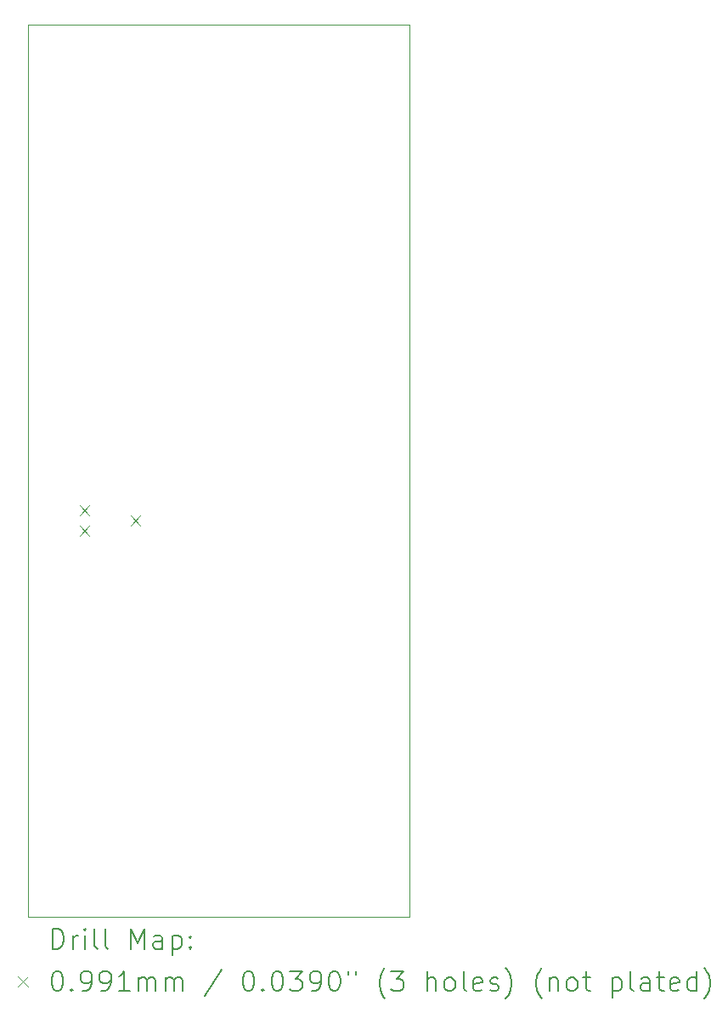
<source format=gbr>
%TF.GenerationSoftware,KiCad,Pcbnew,7.0.1*%
%TF.CreationDate,2023-10-27T16:48:17-05:00*%
%TF.ProjectId,FC,46432e6b-6963-4616-945f-706362585858,V1*%
%TF.SameCoordinates,Original*%
%TF.FileFunction,Drillmap*%
%TF.FilePolarity,Positive*%
%FSLAX45Y45*%
G04 Gerber Fmt 4.5, Leading zero omitted, Abs format (unit mm)*
G04 Created by KiCad (PCBNEW 7.0.1) date 2023-10-27 16:48:17*
%MOMM*%
%LPD*%
G01*
G04 APERTURE LIST*
%ADD10C,0.100000*%
%ADD11C,0.200000*%
%ADD12C,0.099060*%
G04 APERTURE END LIST*
D10*
X15910000Y-7505000D02*
X19707500Y-7505000D01*
X19707500Y-16385000D01*
X15910000Y-16385000D01*
X15910000Y-7505000D01*
D11*
D12*
X16419970Y-12290370D02*
X16519030Y-12389430D01*
X16519030Y-12290370D02*
X16419970Y-12389430D01*
X16419970Y-12493570D02*
X16519030Y-12592630D01*
X16519030Y-12493570D02*
X16419970Y-12592630D01*
X16927970Y-12391970D02*
X17027030Y-12491030D01*
X17027030Y-12391970D02*
X16927970Y-12491030D01*
D11*
X16152619Y-16702524D02*
X16152619Y-16502524D01*
X16152619Y-16502524D02*
X16200238Y-16502524D01*
X16200238Y-16502524D02*
X16228809Y-16512048D01*
X16228809Y-16512048D02*
X16247857Y-16531095D01*
X16247857Y-16531095D02*
X16257381Y-16550143D01*
X16257381Y-16550143D02*
X16266905Y-16588238D01*
X16266905Y-16588238D02*
X16266905Y-16616809D01*
X16266905Y-16616809D02*
X16257381Y-16654905D01*
X16257381Y-16654905D02*
X16247857Y-16673952D01*
X16247857Y-16673952D02*
X16228809Y-16693000D01*
X16228809Y-16693000D02*
X16200238Y-16702524D01*
X16200238Y-16702524D02*
X16152619Y-16702524D01*
X16352619Y-16702524D02*
X16352619Y-16569190D01*
X16352619Y-16607286D02*
X16362143Y-16588238D01*
X16362143Y-16588238D02*
X16371667Y-16578714D01*
X16371667Y-16578714D02*
X16390714Y-16569190D01*
X16390714Y-16569190D02*
X16409762Y-16569190D01*
X16476428Y-16702524D02*
X16476428Y-16569190D01*
X16476428Y-16502524D02*
X16466905Y-16512048D01*
X16466905Y-16512048D02*
X16476428Y-16521571D01*
X16476428Y-16521571D02*
X16485952Y-16512048D01*
X16485952Y-16512048D02*
X16476428Y-16502524D01*
X16476428Y-16502524D02*
X16476428Y-16521571D01*
X16600238Y-16702524D02*
X16581190Y-16693000D01*
X16581190Y-16693000D02*
X16571667Y-16673952D01*
X16571667Y-16673952D02*
X16571667Y-16502524D01*
X16705000Y-16702524D02*
X16685952Y-16693000D01*
X16685952Y-16693000D02*
X16676428Y-16673952D01*
X16676428Y-16673952D02*
X16676428Y-16502524D01*
X16933571Y-16702524D02*
X16933571Y-16502524D01*
X16933571Y-16502524D02*
X17000238Y-16645381D01*
X17000238Y-16645381D02*
X17066905Y-16502524D01*
X17066905Y-16502524D02*
X17066905Y-16702524D01*
X17247857Y-16702524D02*
X17247857Y-16597762D01*
X17247857Y-16597762D02*
X17238333Y-16578714D01*
X17238333Y-16578714D02*
X17219286Y-16569190D01*
X17219286Y-16569190D02*
X17181190Y-16569190D01*
X17181190Y-16569190D02*
X17162143Y-16578714D01*
X17247857Y-16693000D02*
X17228810Y-16702524D01*
X17228810Y-16702524D02*
X17181190Y-16702524D01*
X17181190Y-16702524D02*
X17162143Y-16693000D01*
X17162143Y-16693000D02*
X17152619Y-16673952D01*
X17152619Y-16673952D02*
X17152619Y-16654905D01*
X17152619Y-16654905D02*
X17162143Y-16635857D01*
X17162143Y-16635857D02*
X17181190Y-16626333D01*
X17181190Y-16626333D02*
X17228810Y-16626333D01*
X17228810Y-16626333D02*
X17247857Y-16616809D01*
X17343095Y-16569190D02*
X17343095Y-16769190D01*
X17343095Y-16578714D02*
X17362143Y-16569190D01*
X17362143Y-16569190D02*
X17400238Y-16569190D01*
X17400238Y-16569190D02*
X17419286Y-16578714D01*
X17419286Y-16578714D02*
X17428810Y-16588238D01*
X17428810Y-16588238D02*
X17438333Y-16607286D01*
X17438333Y-16607286D02*
X17438333Y-16664428D01*
X17438333Y-16664428D02*
X17428810Y-16683476D01*
X17428810Y-16683476D02*
X17419286Y-16693000D01*
X17419286Y-16693000D02*
X17400238Y-16702524D01*
X17400238Y-16702524D02*
X17362143Y-16702524D01*
X17362143Y-16702524D02*
X17343095Y-16693000D01*
X17524048Y-16683476D02*
X17533571Y-16693000D01*
X17533571Y-16693000D02*
X17524048Y-16702524D01*
X17524048Y-16702524D02*
X17514524Y-16693000D01*
X17514524Y-16693000D02*
X17524048Y-16683476D01*
X17524048Y-16683476D02*
X17524048Y-16702524D01*
X17524048Y-16578714D02*
X17533571Y-16588238D01*
X17533571Y-16588238D02*
X17524048Y-16597762D01*
X17524048Y-16597762D02*
X17514524Y-16588238D01*
X17514524Y-16588238D02*
X17524048Y-16578714D01*
X17524048Y-16578714D02*
X17524048Y-16597762D01*
D12*
X15805940Y-16980470D02*
X15905000Y-17079530D01*
X15905000Y-16980470D02*
X15805940Y-17079530D01*
D11*
X16190714Y-16922524D02*
X16209762Y-16922524D01*
X16209762Y-16922524D02*
X16228809Y-16932048D01*
X16228809Y-16932048D02*
X16238333Y-16941571D01*
X16238333Y-16941571D02*
X16247857Y-16960619D01*
X16247857Y-16960619D02*
X16257381Y-16998714D01*
X16257381Y-16998714D02*
X16257381Y-17046333D01*
X16257381Y-17046333D02*
X16247857Y-17084429D01*
X16247857Y-17084429D02*
X16238333Y-17103476D01*
X16238333Y-17103476D02*
X16228809Y-17113000D01*
X16228809Y-17113000D02*
X16209762Y-17122524D01*
X16209762Y-17122524D02*
X16190714Y-17122524D01*
X16190714Y-17122524D02*
X16171667Y-17113000D01*
X16171667Y-17113000D02*
X16162143Y-17103476D01*
X16162143Y-17103476D02*
X16152619Y-17084429D01*
X16152619Y-17084429D02*
X16143095Y-17046333D01*
X16143095Y-17046333D02*
X16143095Y-16998714D01*
X16143095Y-16998714D02*
X16152619Y-16960619D01*
X16152619Y-16960619D02*
X16162143Y-16941571D01*
X16162143Y-16941571D02*
X16171667Y-16932048D01*
X16171667Y-16932048D02*
X16190714Y-16922524D01*
X16343095Y-17103476D02*
X16352619Y-17113000D01*
X16352619Y-17113000D02*
X16343095Y-17122524D01*
X16343095Y-17122524D02*
X16333571Y-17113000D01*
X16333571Y-17113000D02*
X16343095Y-17103476D01*
X16343095Y-17103476D02*
X16343095Y-17122524D01*
X16447857Y-17122524D02*
X16485952Y-17122524D01*
X16485952Y-17122524D02*
X16505000Y-17113000D01*
X16505000Y-17113000D02*
X16514524Y-17103476D01*
X16514524Y-17103476D02*
X16533571Y-17074905D01*
X16533571Y-17074905D02*
X16543095Y-17036810D01*
X16543095Y-17036810D02*
X16543095Y-16960619D01*
X16543095Y-16960619D02*
X16533571Y-16941571D01*
X16533571Y-16941571D02*
X16524048Y-16932048D01*
X16524048Y-16932048D02*
X16505000Y-16922524D01*
X16505000Y-16922524D02*
X16466905Y-16922524D01*
X16466905Y-16922524D02*
X16447857Y-16932048D01*
X16447857Y-16932048D02*
X16438333Y-16941571D01*
X16438333Y-16941571D02*
X16428809Y-16960619D01*
X16428809Y-16960619D02*
X16428809Y-17008238D01*
X16428809Y-17008238D02*
X16438333Y-17027286D01*
X16438333Y-17027286D02*
X16447857Y-17036810D01*
X16447857Y-17036810D02*
X16466905Y-17046333D01*
X16466905Y-17046333D02*
X16505000Y-17046333D01*
X16505000Y-17046333D02*
X16524048Y-17036810D01*
X16524048Y-17036810D02*
X16533571Y-17027286D01*
X16533571Y-17027286D02*
X16543095Y-17008238D01*
X16638333Y-17122524D02*
X16676428Y-17122524D01*
X16676428Y-17122524D02*
X16695476Y-17113000D01*
X16695476Y-17113000D02*
X16705000Y-17103476D01*
X16705000Y-17103476D02*
X16724048Y-17074905D01*
X16724048Y-17074905D02*
X16733571Y-17036810D01*
X16733571Y-17036810D02*
X16733571Y-16960619D01*
X16733571Y-16960619D02*
X16724048Y-16941571D01*
X16724048Y-16941571D02*
X16714524Y-16932048D01*
X16714524Y-16932048D02*
X16695476Y-16922524D01*
X16695476Y-16922524D02*
X16657381Y-16922524D01*
X16657381Y-16922524D02*
X16638333Y-16932048D01*
X16638333Y-16932048D02*
X16628809Y-16941571D01*
X16628809Y-16941571D02*
X16619286Y-16960619D01*
X16619286Y-16960619D02*
X16619286Y-17008238D01*
X16619286Y-17008238D02*
X16628809Y-17027286D01*
X16628809Y-17027286D02*
X16638333Y-17036810D01*
X16638333Y-17036810D02*
X16657381Y-17046333D01*
X16657381Y-17046333D02*
X16695476Y-17046333D01*
X16695476Y-17046333D02*
X16714524Y-17036810D01*
X16714524Y-17036810D02*
X16724048Y-17027286D01*
X16724048Y-17027286D02*
X16733571Y-17008238D01*
X16924048Y-17122524D02*
X16809762Y-17122524D01*
X16866905Y-17122524D02*
X16866905Y-16922524D01*
X16866905Y-16922524D02*
X16847857Y-16951095D01*
X16847857Y-16951095D02*
X16828810Y-16970143D01*
X16828810Y-16970143D02*
X16809762Y-16979667D01*
X17009762Y-17122524D02*
X17009762Y-16989190D01*
X17009762Y-17008238D02*
X17019286Y-16998714D01*
X17019286Y-16998714D02*
X17038333Y-16989190D01*
X17038333Y-16989190D02*
X17066905Y-16989190D01*
X17066905Y-16989190D02*
X17085952Y-16998714D01*
X17085952Y-16998714D02*
X17095476Y-17017762D01*
X17095476Y-17017762D02*
X17095476Y-17122524D01*
X17095476Y-17017762D02*
X17105000Y-16998714D01*
X17105000Y-16998714D02*
X17124048Y-16989190D01*
X17124048Y-16989190D02*
X17152619Y-16989190D01*
X17152619Y-16989190D02*
X17171667Y-16998714D01*
X17171667Y-16998714D02*
X17181191Y-17017762D01*
X17181191Y-17017762D02*
X17181191Y-17122524D01*
X17276429Y-17122524D02*
X17276429Y-16989190D01*
X17276429Y-17008238D02*
X17285952Y-16998714D01*
X17285952Y-16998714D02*
X17305000Y-16989190D01*
X17305000Y-16989190D02*
X17333572Y-16989190D01*
X17333572Y-16989190D02*
X17352619Y-16998714D01*
X17352619Y-16998714D02*
X17362143Y-17017762D01*
X17362143Y-17017762D02*
X17362143Y-17122524D01*
X17362143Y-17017762D02*
X17371667Y-16998714D01*
X17371667Y-16998714D02*
X17390714Y-16989190D01*
X17390714Y-16989190D02*
X17419286Y-16989190D01*
X17419286Y-16989190D02*
X17438333Y-16998714D01*
X17438333Y-16998714D02*
X17447857Y-17017762D01*
X17447857Y-17017762D02*
X17447857Y-17122524D01*
X17838333Y-16913000D02*
X17666905Y-17170143D01*
X18095476Y-16922524D02*
X18114524Y-16922524D01*
X18114524Y-16922524D02*
X18133572Y-16932048D01*
X18133572Y-16932048D02*
X18143095Y-16941571D01*
X18143095Y-16941571D02*
X18152619Y-16960619D01*
X18152619Y-16960619D02*
X18162143Y-16998714D01*
X18162143Y-16998714D02*
X18162143Y-17046333D01*
X18162143Y-17046333D02*
X18152619Y-17084429D01*
X18152619Y-17084429D02*
X18143095Y-17103476D01*
X18143095Y-17103476D02*
X18133572Y-17113000D01*
X18133572Y-17113000D02*
X18114524Y-17122524D01*
X18114524Y-17122524D02*
X18095476Y-17122524D01*
X18095476Y-17122524D02*
X18076429Y-17113000D01*
X18076429Y-17113000D02*
X18066905Y-17103476D01*
X18066905Y-17103476D02*
X18057381Y-17084429D01*
X18057381Y-17084429D02*
X18047857Y-17046333D01*
X18047857Y-17046333D02*
X18047857Y-16998714D01*
X18047857Y-16998714D02*
X18057381Y-16960619D01*
X18057381Y-16960619D02*
X18066905Y-16941571D01*
X18066905Y-16941571D02*
X18076429Y-16932048D01*
X18076429Y-16932048D02*
X18095476Y-16922524D01*
X18247857Y-17103476D02*
X18257381Y-17113000D01*
X18257381Y-17113000D02*
X18247857Y-17122524D01*
X18247857Y-17122524D02*
X18238334Y-17113000D01*
X18238334Y-17113000D02*
X18247857Y-17103476D01*
X18247857Y-17103476D02*
X18247857Y-17122524D01*
X18381191Y-16922524D02*
X18400238Y-16922524D01*
X18400238Y-16922524D02*
X18419286Y-16932048D01*
X18419286Y-16932048D02*
X18428810Y-16941571D01*
X18428810Y-16941571D02*
X18438334Y-16960619D01*
X18438334Y-16960619D02*
X18447857Y-16998714D01*
X18447857Y-16998714D02*
X18447857Y-17046333D01*
X18447857Y-17046333D02*
X18438334Y-17084429D01*
X18438334Y-17084429D02*
X18428810Y-17103476D01*
X18428810Y-17103476D02*
X18419286Y-17113000D01*
X18419286Y-17113000D02*
X18400238Y-17122524D01*
X18400238Y-17122524D02*
X18381191Y-17122524D01*
X18381191Y-17122524D02*
X18362143Y-17113000D01*
X18362143Y-17113000D02*
X18352619Y-17103476D01*
X18352619Y-17103476D02*
X18343095Y-17084429D01*
X18343095Y-17084429D02*
X18333572Y-17046333D01*
X18333572Y-17046333D02*
X18333572Y-16998714D01*
X18333572Y-16998714D02*
X18343095Y-16960619D01*
X18343095Y-16960619D02*
X18352619Y-16941571D01*
X18352619Y-16941571D02*
X18362143Y-16932048D01*
X18362143Y-16932048D02*
X18381191Y-16922524D01*
X18514524Y-16922524D02*
X18638334Y-16922524D01*
X18638334Y-16922524D02*
X18571667Y-16998714D01*
X18571667Y-16998714D02*
X18600238Y-16998714D01*
X18600238Y-16998714D02*
X18619286Y-17008238D01*
X18619286Y-17008238D02*
X18628810Y-17017762D01*
X18628810Y-17017762D02*
X18638334Y-17036810D01*
X18638334Y-17036810D02*
X18638334Y-17084429D01*
X18638334Y-17084429D02*
X18628810Y-17103476D01*
X18628810Y-17103476D02*
X18619286Y-17113000D01*
X18619286Y-17113000D02*
X18600238Y-17122524D01*
X18600238Y-17122524D02*
X18543095Y-17122524D01*
X18543095Y-17122524D02*
X18524048Y-17113000D01*
X18524048Y-17113000D02*
X18514524Y-17103476D01*
X18733572Y-17122524D02*
X18771667Y-17122524D01*
X18771667Y-17122524D02*
X18790715Y-17113000D01*
X18790715Y-17113000D02*
X18800238Y-17103476D01*
X18800238Y-17103476D02*
X18819286Y-17074905D01*
X18819286Y-17074905D02*
X18828810Y-17036810D01*
X18828810Y-17036810D02*
X18828810Y-16960619D01*
X18828810Y-16960619D02*
X18819286Y-16941571D01*
X18819286Y-16941571D02*
X18809762Y-16932048D01*
X18809762Y-16932048D02*
X18790715Y-16922524D01*
X18790715Y-16922524D02*
X18752619Y-16922524D01*
X18752619Y-16922524D02*
X18733572Y-16932048D01*
X18733572Y-16932048D02*
X18724048Y-16941571D01*
X18724048Y-16941571D02*
X18714524Y-16960619D01*
X18714524Y-16960619D02*
X18714524Y-17008238D01*
X18714524Y-17008238D02*
X18724048Y-17027286D01*
X18724048Y-17027286D02*
X18733572Y-17036810D01*
X18733572Y-17036810D02*
X18752619Y-17046333D01*
X18752619Y-17046333D02*
X18790715Y-17046333D01*
X18790715Y-17046333D02*
X18809762Y-17036810D01*
X18809762Y-17036810D02*
X18819286Y-17027286D01*
X18819286Y-17027286D02*
X18828810Y-17008238D01*
X18952619Y-16922524D02*
X18971667Y-16922524D01*
X18971667Y-16922524D02*
X18990715Y-16932048D01*
X18990715Y-16932048D02*
X19000238Y-16941571D01*
X19000238Y-16941571D02*
X19009762Y-16960619D01*
X19009762Y-16960619D02*
X19019286Y-16998714D01*
X19019286Y-16998714D02*
X19019286Y-17046333D01*
X19019286Y-17046333D02*
X19009762Y-17084429D01*
X19009762Y-17084429D02*
X19000238Y-17103476D01*
X19000238Y-17103476D02*
X18990715Y-17113000D01*
X18990715Y-17113000D02*
X18971667Y-17122524D01*
X18971667Y-17122524D02*
X18952619Y-17122524D01*
X18952619Y-17122524D02*
X18933572Y-17113000D01*
X18933572Y-17113000D02*
X18924048Y-17103476D01*
X18924048Y-17103476D02*
X18914524Y-17084429D01*
X18914524Y-17084429D02*
X18905000Y-17046333D01*
X18905000Y-17046333D02*
X18905000Y-16998714D01*
X18905000Y-16998714D02*
X18914524Y-16960619D01*
X18914524Y-16960619D02*
X18924048Y-16941571D01*
X18924048Y-16941571D02*
X18933572Y-16932048D01*
X18933572Y-16932048D02*
X18952619Y-16922524D01*
X19095476Y-16922524D02*
X19095476Y-16960619D01*
X19171667Y-16922524D02*
X19171667Y-16960619D01*
X19466905Y-17198714D02*
X19457381Y-17189190D01*
X19457381Y-17189190D02*
X19438334Y-17160619D01*
X19438334Y-17160619D02*
X19428810Y-17141571D01*
X19428810Y-17141571D02*
X19419286Y-17113000D01*
X19419286Y-17113000D02*
X19409762Y-17065381D01*
X19409762Y-17065381D02*
X19409762Y-17027286D01*
X19409762Y-17027286D02*
X19419286Y-16979667D01*
X19419286Y-16979667D02*
X19428810Y-16951095D01*
X19428810Y-16951095D02*
X19438334Y-16932048D01*
X19438334Y-16932048D02*
X19457381Y-16903476D01*
X19457381Y-16903476D02*
X19466905Y-16893952D01*
X19524048Y-16922524D02*
X19647857Y-16922524D01*
X19647857Y-16922524D02*
X19581191Y-16998714D01*
X19581191Y-16998714D02*
X19609762Y-16998714D01*
X19609762Y-16998714D02*
X19628810Y-17008238D01*
X19628810Y-17008238D02*
X19638334Y-17017762D01*
X19638334Y-17017762D02*
X19647857Y-17036810D01*
X19647857Y-17036810D02*
X19647857Y-17084429D01*
X19647857Y-17084429D02*
X19638334Y-17103476D01*
X19638334Y-17103476D02*
X19628810Y-17113000D01*
X19628810Y-17113000D02*
X19609762Y-17122524D01*
X19609762Y-17122524D02*
X19552619Y-17122524D01*
X19552619Y-17122524D02*
X19533572Y-17113000D01*
X19533572Y-17113000D02*
X19524048Y-17103476D01*
X19885953Y-17122524D02*
X19885953Y-16922524D01*
X19971667Y-17122524D02*
X19971667Y-17017762D01*
X19971667Y-17017762D02*
X19962143Y-16998714D01*
X19962143Y-16998714D02*
X19943096Y-16989190D01*
X19943096Y-16989190D02*
X19914524Y-16989190D01*
X19914524Y-16989190D02*
X19895477Y-16998714D01*
X19895477Y-16998714D02*
X19885953Y-17008238D01*
X20095477Y-17122524D02*
X20076429Y-17113000D01*
X20076429Y-17113000D02*
X20066905Y-17103476D01*
X20066905Y-17103476D02*
X20057381Y-17084429D01*
X20057381Y-17084429D02*
X20057381Y-17027286D01*
X20057381Y-17027286D02*
X20066905Y-17008238D01*
X20066905Y-17008238D02*
X20076429Y-16998714D01*
X20076429Y-16998714D02*
X20095477Y-16989190D01*
X20095477Y-16989190D02*
X20124048Y-16989190D01*
X20124048Y-16989190D02*
X20143096Y-16998714D01*
X20143096Y-16998714D02*
X20152619Y-17008238D01*
X20152619Y-17008238D02*
X20162143Y-17027286D01*
X20162143Y-17027286D02*
X20162143Y-17084429D01*
X20162143Y-17084429D02*
X20152619Y-17103476D01*
X20152619Y-17103476D02*
X20143096Y-17113000D01*
X20143096Y-17113000D02*
X20124048Y-17122524D01*
X20124048Y-17122524D02*
X20095477Y-17122524D01*
X20276429Y-17122524D02*
X20257381Y-17113000D01*
X20257381Y-17113000D02*
X20247858Y-17093952D01*
X20247858Y-17093952D02*
X20247858Y-16922524D01*
X20428810Y-17113000D02*
X20409762Y-17122524D01*
X20409762Y-17122524D02*
X20371667Y-17122524D01*
X20371667Y-17122524D02*
X20352619Y-17113000D01*
X20352619Y-17113000D02*
X20343096Y-17093952D01*
X20343096Y-17093952D02*
X20343096Y-17017762D01*
X20343096Y-17017762D02*
X20352619Y-16998714D01*
X20352619Y-16998714D02*
X20371667Y-16989190D01*
X20371667Y-16989190D02*
X20409762Y-16989190D01*
X20409762Y-16989190D02*
X20428810Y-16998714D01*
X20428810Y-16998714D02*
X20438334Y-17017762D01*
X20438334Y-17017762D02*
X20438334Y-17036810D01*
X20438334Y-17036810D02*
X20343096Y-17055857D01*
X20514524Y-17113000D02*
X20533572Y-17122524D01*
X20533572Y-17122524D02*
X20571667Y-17122524D01*
X20571667Y-17122524D02*
X20590715Y-17113000D01*
X20590715Y-17113000D02*
X20600239Y-17093952D01*
X20600239Y-17093952D02*
X20600239Y-17084429D01*
X20600239Y-17084429D02*
X20590715Y-17065381D01*
X20590715Y-17065381D02*
X20571667Y-17055857D01*
X20571667Y-17055857D02*
X20543096Y-17055857D01*
X20543096Y-17055857D02*
X20524048Y-17046333D01*
X20524048Y-17046333D02*
X20514524Y-17027286D01*
X20514524Y-17027286D02*
X20514524Y-17017762D01*
X20514524Y-17017762D02*
X20524048Y-16998714D01*
X20524048Y-16998714D02*
X20543096Y-16989190D01*
X20543096Y-16989190D02*
X20571667Y-16989190D01*
X20571667Y-16989190D02*
X20590715Y-16998714D01*
X20666905Y-17198714D02*
X20676429Y-17189190D01*
X20676429Y-17189190D02*
X20695477Y-17160619D01*
X20695477Y-17160619D02*
X20705000Y-17141571D01*
X20705000Y-17141571D02*
X20714524Y-17113000D01*
X20714524Y-17113000D02*
X20724048Y-17065381D01*
X20724048Y-17065381D02*
X20724048Y-17027286D01*
X20724048Y-17027286D02*
X20714524Y-16979667D01*
X20714524Y-16979667D02*
X20705000Y-16951095D01*
X20705000Y-16951095D02*
X20695477Y-16932048D01*
X20695477Y-16932048D02*
X20676429Y-16903476D01*
X20676429Y-16903476D02*
X20666905Y-16893952D01*
X21028810Y-17198714D02*
X21019286Y-17189190D01*
X21019286Y-17189190D02*
X21000239Y-17160619D01*
X21000239Y-17160619D02*
X20990715Y-17141571D01*
X20990715Y-17141571D02*
X20981191Y-17113000D01*
X20981191Y-17113000D02*
X20971667Y-17065381D01*
X20971667Y-17065381D02*
X20971667Y-17027286D01*
X20971667Y-17027286D02*
X20981191Y-16979667D01*
X20981191Y-16979667D02*
X20990715Y-16951095D01*
X20990715Y-16951095D02*
X21000239Y-16932048D01*
X21000239Y-16932048D02*
X21019286Y-16903476D01*
X21019286Y-16903476D02*
X21028810Y-16893952D01*
X21105000Y-16989190D02*
X21105000Y-17122524D01*
X21105000Y-17008238D02*
X21114524Y-16998714D01*
X21114524Y-16998714D02*
X21133572Y-16989190D01*
X21133572Y-16989190D02*
X21162143Y-16989190D01*
X21162143Y-16989190D02*
X21181191Y-16998714D01*
X21181191Y-16998714D02*
X21190715Y-17017762D01*
X21190715Y-17017762D02*
X21190715Y-17122524D01*
X21314524Y-17122524D02*
X21295477Y-17113000D01*
X21295477Y-17113000D02*
X21285953Y-17103476D01*
X21285953Y-17103476D02*
X21276429Y-17084429D01*
X21276429Y-17084429D02*
X21276429Y-17027286D01*
X21276429Y-17027286D02*
X21285953Y-17008238D01*
X21285953Y-17008238D02*
X21295477Y-16998714D01*
X21295477Y-16998714D02*
X21314524Y-16989190D01*
X21314524Y-16989190D02*
X21343096Y-16989190D01*
X21343096Y-16989190D02*
X21362143Y-16998714D01*
X21362143Y-16998714D02*
X21371667Y-17008238D01*
X21371667Y-17008238D02*
X21381191Y-17027286D01*
X21381191Y-17027286D02*
X21381191Y-17084429D01*
X21381191Y-17084429D02*
X21371667Y-17103476D01*
X21371667Y-17103476D02*
X21362143Y-17113000D01*
X21362143Y-17113000D02*
X21343096Y-17122524D01*
X21343096Y-17122524D02*
X21314524Y-17122524D01*
X21438334Y-16989190D02*
X21514524Y-16989190D01*
X21466905Y-16922524D02*
X21466905Y-17093952D01*
X21466905Y-17093952D02*
X21476429Y-17113000D01*
X21476429Y-17113000D02*
X21495477Y-17122524D01*
X21495477Y-17122524D02*
X21514524Y-17122524D01*
X21733572Y-16989190D02*
X21733572Y-17189190D01*
X21733572Y-16998714D02*
X21752620Y-16989190D01*
X21752620Y-16989190D02*
X21790715Y-16989190D01*
X21790715Y-16989190D02*
X21809762Y-16998714D01*
X21809762Y-16998714D02*
X21819286Y-17008238D01*
X21819286Y-17008238D02*
X21828810Y-17027286D01*
X21828810Y-17027286D02*
X21828810Y-17084429D01*
X21828810Y-17084429D02*
X21819286Y-17103476D01*
X21819286Y-17103476D02*
X21809762Y-17113000D01*
X21809762Y-17113000D02*
X21790715Y-17122524D01*
X21790715Y-17122524D02*
X21752620Y-17122524D01*
X21752620Y-17122524D02*
X21733572Y-17113000D01*
X21943096Y-17122524D02*
X21924048Y-17113000D01*
X21924048Y-17113000D02*
X21914524Y-17093952D01*
X21914524Y-17093952D02*
X21914524Y-16922524D01*
X22105001Y-17122524D02*
X22105001Y-17017762D01*
X22105001Y-17017762D02*
X22095477Y-16998714D01*
X22095477Y-16998714D02*
X22076429Y-16989190D01*
X22076429Y-16989190D02*
X22038334Y-16989190D01*
X22038334Y-16989190D02*
X22019286Y-16998714D01*
X22105001Y-17113000D02*
X22085953Y-17122524D01*
X22085953Y-17122524D02*
X22038334Y-17122524D01*
X22038334Y-17122524D02*
X22019286Y-17113000D01*
X22019286Y-17113000D02*
X22009762Y-17093952D01*
X22009762Y-17093952D02*
X22009762Y-17074905D01*
X22009762Y-17074905D02*
X22019286Y-17055857D01*
X22019286Y-17055857D02*
X22038334Y-17046333D01*
X22038334Y-17046333D02*
X22085953Y-17046333D01*
X22085953Y-17046333D02*
X22105001Y-17036810D01*
X22171667Y-16989190D02*
X22247858Y-16989190D01*
X22200239Y-16922524D02*
X22200239Y-17093952D01*
X22200239Y-17093952D02*
X22209762Y-17113000D01*
X22209762Y-17113000D02*
X22228810Y-17122524D01*
X22228810Y-17122524D02*
X22247858Y-17122524D01*
X22390715Y-17113000D02*
X22371667Y-17122524D01*
X22371667Y-17122524D02*
X22333572Y-17122524D01*
X22333572Y-17122524D02*
X22314524Y-17113000D01*
X22314524Y-17113000D02*
X22305001Y-17093952D01*
X22305001Y-17093952D02*
X22305001Y-17017762D01*
X22305001Y-17017762D02*
X22314524Y-16998714D01*
X22314524Y-16998714D02*
X22333572Y-16989190D01*
X22333572Y-16989190D02*
X22371667Y-16989190D01*
X22371667Y-16989190D02*
X22390715Y-16998714D01*
X22390715Y-16998714D02*
X22400239Y-17017762D01*
X22400239Y-17017762D02*
X22400239Y-17036810D01*
X22400239Y-17036810D02*
X22305001Y-17055857D01*
X22571667Y-17122524D02*
X22571667Y-16922524D01*
X22571667Y-17113000D02*
X22552620Y-17122524D01*
X22552620Y-17122524D02*
X22514524Y-17122524D01*
X22514524Y-17122524D02*
X22495477Y-17113000D01*
X22495477Y-17113000D02*
X22485953Y-17103476D01*
X22485953Y-17103476D02*
X22476429Y-17084429D01*
X22476429Y-17084429D02*
X22476429Y-17027286D01*
X22476429Y-17027286D02*
X22485953Y-17008238D01*
X22485953Y-17008238D02*
X22495477Y-16998714D01*
X22495477Y-16998714D02*
X22514524Y-16989190D01*
X22514524Y-16989190D02*
X22552620Y-16989190D01*
X22552620Y-16989190D02*
X22571667Y-16998714D01*
X22647858Y-17198714D02*
X22657381Y-17189190D01*
X22657381Y-17189190D02*
X22676429Y-17160619D01*
X22676429Y-17160619D02*
X22685953Y-17141571D01*
X22685953Y-17141571D02*
X22695477Y-17113000D01*
X22695477Y-17113000D02*
X22705000Y-17065381D01*
X22705000Y-17065381D02*
X22705000Y-17027286D01*
X22705000Y-17027286D02*
X22695477Y-16979667D01*
X22695477Y-16979667D02*
X22685953Y-16951095D01*
X22685953Y-16951095D02*
X22676429Y-16932048D01*
X22676429Y-16932048D02*
X22657381Y-16903476D01*
X22657381Y-16903476D02*
X22647858Y-16893952D01*
M02*

</source>
